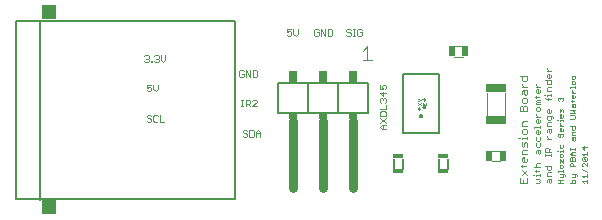
<source format=gto>
G75*
%MOIN*%
%OFA0B0*%
%FSLAX24Y24*%
%IPPOS*%
%LPD*%
%AMOC8*
5,1,8,0,0,1.08239X$1,22.5*
%
%ADD10C,0.0020*%
%ADD11C,0.0030*%
%ADD12C,0.0040*%
%ADD13R,0.0197X0.0374*%
%ADD14R,0.0669X0.0295*%
%ADD15C,0.0060*%
%ADD16C,0.0300*%
%ADD17R,0.0300X0.0200*%
%ADD18R,0.0300X0.0400*%
%ADD19R,0.0340X0.0160*%
%ADD20C,0.0080*%
%ADD21C,0.0050*%
%ADD22R,0.0450X0.0502*%
%ADD23R,0.0450X0.0492*%
D10*
X004553Y003201D02*
X004516Y003237D01*
X004553Y003201D02*
X004626Y003201D01*
X004663Y003237D01*
X004663Y003274D01*
X004626Y003311D01*
X004553Y003311D01*
X004516Y003347D01*
X004516Y003384D01*
X004553Y003421D01*
X004626Y003421D01*
X004663Y003384D01*
X004737Y003384D02*
X004737Y003237D01*
X004774Y003201D01*
X004847Y003201D01*
X004884Y003237D01*
X004958Y003201D02*
X005105Y003201D01*
X004958Y003201D02*
X004958Y003421D01*
X004884Y003384D02*
X004847Y003421D01*
X004774Y003421D01*
X004737Y003384D01*
X004811Y004216D02*
X004884Y004290D01*
X004884Y004436D01*
X004737Y004436D02*
X004737Y004290D01*
X004811Y004216D01*
X004663Y004253D02*
X004626Y004216D01*
X004553Y004216D01*
X004516Y004253D01*
X004516Y004326D02*
X004590Y004363D01*
X004626Y004363D01*
X004663Y004326D01*
X004663Y004253D01*
X004516Y004326D02*
X004516Y004436D01*
X004663Y004436D01*
X004690Y005195D02*
X004653Y005195D01*
X004653Y005231D01*
X004690Y005231D01*
X004690Y005195D01*
X004763Y005231D02*
X004800Y005195D01*
X004873Y005195D01*
X004910Y005231D01*
X004910Y005268D01*
X004873Y005305D01*
X004837Y005305D01*
X004873Y005305D02*
X004910Y005341D01*
X004910Y005378D01*
X004873Y005415D01*
X004800Y005415D01*
X004763Y005378D01*
X004579Y005378D02*
X004579Y005341D01*
X004542Y005305D01*
X004579Y005268D01*
X004579Y005231D01*
X004542Y005195D01*
X004469Y005195D01*
X004432Y005231D01*
X004505Y005305D02*
X004542Y005305D01*
X004579Y005378D02*
X004542Y005415D01*
X004469Y005415D01*
X004432Y005378D01*
X004984Y005415D02*
X004984Y005268D01*
X005058Y005195D01*
X005131Y005268D01*
X005131Y005415D01*
X007601Y004878D02*
X007601Y004731D01*
X007637Y004695D01*
X007711Y004695D01*
X007748Y004731D01*
X007748Y004805D01*
X007674Y004805D01*
X007601Y004878D02*
X007637Y004915D01*
X007711Y004915D01*
X007748Y004878D01*
X007822Y004915D02*
X007969Y004695D01*
X007969Y004915D01*
X008043Y004915D02*
X008153Y004915D01*
X008190Y004878D01*
X008190Y004731D01*
X008153Y004695D01*
X008043Y004695D01*
X008043Y004915D01*
X007822Y004915D02*
X007822Y004695D01*
X007811Y003936D02*
X007921Y003936D01*
X007958Y003900D01*
X007958Y003826D01*
X007921Y003790D01*
X007811Y003790D01*
X007884Y003790D02*
X007958Y003716D01*
X008032Y003716D02*
X008178Y003863D01*
X008178Y003900D01*
X008142Y003936D01*
X008068Y003936D01*
X008032Y003900D01*
X007811Y003936D02*
X007811Y003716D01*
X007737Y003716D02*
X007663Y003716D01*
X007700Y003716D02*
X007700Y003936D01*
X007663Y003936D02*
X007737Y003936D01*
X008032Y003716D02*
X008178Y003716D01*
X008232Y002921D02*
X008305Y002847D01*
X008305Y002701D01*
X008305Y002811D02*
X008158Y002811D01*
X008158Y002847D02*
X008232Y002921D01*
X008158Y002847D02*
X008158Y002701D01*
X008084Y002737D02*
X008084Y002884D01*
X008047Y002921D01*
X007937Y002921D01*
X007937Y002701D01*
X008047Y002701D01*
X008084Y002737D01*
X007863Y002737D02*
X007863Y002774D01*
X007826Y002811D01*
X007753Y002811D01*
X007716Y002847D01*
X007716Y002884D01*
X007753Y002921D01*
X007826Y002921D01*
X007863Y002884D01*
X007863Y002737D02*
X007826Y002701D01*
X007753Y002701D01*
X007716Y002737D01*
X012274Y003027D02*
X012347Y003101D01*
X012494Y003101D01*
X012494Y003175D02*
X012274Y003322D01*
X012274Y003396D02*
X012274Y003506D01*
X012310Y003543D01*
X012457Y003543D01*
X012494Y003506D01*
X012494Y003396D01*
X012274Y003396D01*
X012274Y003175D02*
X012494Y003322D01*
X012384Y003101D02*
X012384Y002954D01*
X012347Y002954D02*
X012274Y003027D01*
X012347Y002954D02*
X012494Y002954D01*
X013554Y003644D02*
X013604Y003594D01*
X013654Y003644D01*
X013604Y003694D02*
X013604Y003594D01*
X013564Y003744D02*
X013664Y003810D01*
X013714Y003810D02*
X013714Y003744D01*
X013664Y003744D02*
X013564Y003810D01*
X013564Y003894D02*
X013580Y003894D01*
X013614Y003927D01*
X013664Y003927D01*
X013704Y003944D02*
X013804Y003944D01*
X013754Y003894D01*
X013804Y003944D02*
X013754Y003994D01*
X013614Y003927D02*
X013580Y003960D01*
X013564Y003960D01*
X013714Y003810D02*
X013730Y003810D01*
X013797Y003744D01*
X013814Y003744D01*
X013814Y003810D01*
X013744Y003694D02*
X013746Y003699D01*
X013750Y003703D01*
X013755Y003704D01*
X013761Y003702D01*
X013764Y003697D01*
X013764Y003691D01*
X013761Y003686D01*
X013755Y003684D01*
X013750Y003685D01*
X013746Y003689D01*
X013744Y003694D01*
X013704Y003694D02*
X013706Y003707D01*
X013711Y003720D01*
X013720Y003731D01*
X013731Y003738D01*
X013744Y003743D01*
X013757Y003744D01*
X013771Y003741D01*
X013783Y003735D01*
X013793Y003726D01*
X013800Y003714D01*
X013804Y003701D01*
X013804Y003687D01*
X013800Y003674D01*
X013793Y003662D01*
X013783Y003653D01*
X013771Y003647D01*
X013757Y003644D01*
X013744Y003645D01*
X013731Y003650D01*
X013720Y003657D01*
X013711Y003668D01*
X013706Y003681D01*
X013704Y003694D01*
X012494Y003617D02*
X012494Y003764D01*
X012457Y003838D02*
X012494Y003875D01*
X012494Y003948D01*
X012457Y003985D01*
X012420Y003985D01*
X012384Y003948D01*
X012384Y003911D01*
X012384Y003948D02*
X012347Y003985D01*
X012310Y003985D01*
X012274Y003948D01*
X012274Y003875D01*
X012310Y003838D01*
X012274Y003617D02*
X012494Y003617D01*
X012384Y004059D02*
X012384Y004206D01*
X012384Y004280D02*
X012274Y004280D01*
X012274Y004427D01*
X012347Y004390D02*
X012347Y004353D01*
X012384Y004280D01*
X012457Y004280D02*
X012494Y004317D01*
X012494Y004390D01*
X012457Y004427D01*
X012384Y004427D01*
X012347Y004390D01*
X012274Y004169D02*
X012384Y004059D01*
X012494Y004169D02*
X012274Y004169D01*
X011644Y006066D02*
X011681Y006103D01*
X011681Y006176D01*
X011607Y006176D01*
X011534Y006249D02*
X011534Y006103D01*
X011571Y006066D01*
X011644Y006066D01*
X011460Y006066D02*
X011387Y006066D01*
X011423Y006066D02*
X011423Y006286D01*
X011387Y006286D02*
X011460Y006286D01*
X011534Y006249D02*
X011571Y006286D01*
X011644Y006286D01*
X011681Y006249D01*
X011313Y006249D02*
X011276Y006286D01*
X011202Y006286D01*
X011166Y006249D01*
X011166Y006213D01*
X011202Y006176D01*
X011276Y006176D01*
X011313Y006139D01*
X011313Y006103D01*
X011276Y006066D01*
X011202Y006066D01*
X011166Y006103D01*
X010689Y006103D02*
X010689Y006249D01*
X010652Y006286D01*
X010542Y006286D01*
X010542Y006066D01*
X010652Y006066D01*
X010689Y006103D01*
X010468Y006066D02*
X010468Y006286D01*
X010321Y006286D02*
X010468Y006066D01*
X010321Y006066D02*
X010321Y006286D01*
X010247Y006249D02*
X010210Y006286D01*
X010137Y006286D01*
X010100Y006249D01*
X010100Y006103D01*
X010137Y006066D01*
X010210Y006066D01*
X010247Y006103D01*
X010247Y006176D01*
X010174Y006176D01*
X009549Y006139D02*
X009476Y006066D01*
X009402Y006139D01*
X009402Y006286D01*
X009328Y006286D02*
X009181Y006286D01*
X009181Y006176D01*
X009255Y006213D01*
X009292Y006213D01*
X009328Y006176D01*
X009328Y006103D01*
X009292Y006066D01*
X009218Y006066D01*
X009181Y006103D01*
X009549Y006139D02*
X009549Y006286D01*
D11*
X018219Y003976D02*
X018219Y003919D01*
X018247Y003891D01*
X018304Y003947D02*
X018304Y003976D01*
X018332Y004004D01*
X018360Y004004D01*
X018389Y003976D01*
X018389Y003919D01*
X018360Y003891D01*
X018304Y003976D02*
X018275Y004004D01*
X018247Y004004D01*
X018219Y003976D01*
X018647Y003888D02*
X018760Y003888D01*
X018789Y003917D01*
X018760Y003983D02*
X018704Y003983D01*
X018675Y004011D01*
X018675Y004068D01*
X018704Y004096D01*
X018732Y004096D01*
X018732Y003983D01*
X018760Y003983D02*
X018789Y004011D01*
X018789Y004068D01*
X018789Y004167D02*
X018675Y004167D01*
X018675Y004224D02*
X018675Y004252D01*
X018675Y004224D02*
X018732Y004167D01*
X018789Y004320D02*
X018789Y004377D01*
X018789Y004349D02*
X018619Y004349D01*
X018619Y004320D01*
X018704Y004443D02*
X018760Y004443D01*
X018789Y004472D01*
X018789Y004528D01*
X018760Y004557D01*
X018704Y004557D01*
X018675Y004528D01*
X018675Y004472D01*
X018704Y004443D01*
X018704Y004627D02*
X018760Y004627D01*
X018789Y004656D01*
X018789Y004712D01*
X018760Y004741D01*
X018704Y004741D01*
X018675Y004712D01*
X018675Y004656D01*
X018704Y004627D01*
X018675Y003917D02*
X018675Y003860D01*
X018704Y003789D02*
X018789Y003789D01*
X018789Y003704D01*
X018760Y003676D01*
X018732Y003704D01*
X018732Y003789D01*
X018704Y003789D02*
X018675Y003761D01*
X018675Y003704D01*
X018619Y003605D02*
X018789Y003605D01*
X018732Y003548D01*
X018789Y003492D01*
X018619Y003492D01*
X018619Y003421D02*
X018760Y003421D01*
X018789Y003393D01*
X018789Y003336D01*
X018760Y003308D01*
X018619Y003308D01*
X018389Y003272D02*
X018389Y003216D01*
X018389Y003244D02*
X018275Y003244D01*
X018275Y003216D01*
X018219Y003244D02*
X018190Y003244D01*
X018275Y003147D02*
X018275Y003119D01*
X018332Y003062D01*
X018389Y003062D02*
X018275Y003062D01*
X018304Y002991D02*
X018332Y002991D01*
X018332Y002878D01*
X018360Y002878D02*
X018304Y002878D01*
X018275Y002906D01*
X018275Y002963D01*
X018304Y002991D01*
X018389Y002963D02*
X018389Y002906D01*
X018360Y002878D01*
X018360Y002807D02*
X018389Y002779D01*
X018389Y002722D01*
X018360Y002694D01*
X018304Y002722D02*
X018304Y002779D01*
X018332Y002807D01*
X018360Y002807D01*
X018304Y002722D02*
X018275Y002694D01*
X018247Y002694D01*
X018219Y002722D01*
X018219Y002779D01*
X018247Y002807D01*
X018675Y002840D02*
X018675Y002755D01*
X018789Y002755D01*
X018789Y002684D02*
X018789Y002599D01*
X018760Y002571D01*
X018732Y002599D01*
X018732Y002684D01*
X018704Y002684D02*
X018789Y002684D01*
X018704Y002684D02*
X018675Y002656D01*
X018675Y002599D01*
X018675Y002840D02*
X018704Y002869D01*
X018789Y002869D01*
X018760Y002939D02*
X018704Y002939D01*
X018675Y002968D01*
X018675Y003053D01*
X018619Y003053D02*
X018789Y003053D01*
X018789Y002968D01*
X018760Y002939D01*
X018360Y003338D02*
X018304Y003338D01*
X018275Y003367D01*
X018275Y003423D01*
X018304Y003452D01*
X018332Y003452D01*
X018332Y003338D01*
X018360Y003338D02*
X018389Y003367D01*
X018389Y003423D01*
X018389Y003522D02*
X018389Y003608D01*
X018360Y003636D01*
X018332Y003608D01*
X018332Y003551D01*
X018304Y003522D01*
X018275Y003551D01*
X018275Y003636D01*
X018275Y002439D02*
X018275Y002354D01*
X018304Y002325D01*
X018360Y002325D01*
X018389Y002354D01*
X018389Y002439D01*
X018619Y002321D02*
X018619Y002264D01*
X018619Y002292D02*
X018789Y002292D01*
X018789Y002264D02*
X018789Y002321D01*
X018789Y002193D02*
X018675Y002193D01*
X018619Y002137D01*
X018675Y002080D01*
X018789Y002080D01*
X018760Y002009D02*
X018789Y001981D01*
X018789Y001896D01*
X018619Y001896D01*
X018619Y001981D01*
X018647Y002009D01*
X018675Y002009D01*
X018704Y001981D01*
X018704Y001896D01*
X018704Y001825D02*
X018732Y001797D01*
X018732Y001712D01*
X018789Y001712D02*
X018619Y001712D01*
X018619Y001797D01*
X018647Y001825D01*
X018704Y001825D01*
X018389Y001834D02*
X018389Y001948D01*
X018360Y002018D02*
X018304Y002018D01*
X018275Y002047D01*
X018275Y002104D01*
X018304Y002132D01*
X018360Y002132D01*
X018389Y002104D01*
X018389Y002047D01*
X018360Y002018D01*
X018275Y001948D02*
X018389Y001834D01*
X018360Y001764D02*
X018304Y001764D01*
X018275Y001735D01*
X018275Y001679D01*
X018304Y001650D01*
X018360Y001650D01*
X018389Y001679D01*
X018389Y001735D01*
X018360Y001764D01*
X018275Y001834D02*
X018275Y001948D01*
X018704Y001981D02*
X018732Y002009D01*
X018760Y002009D01*
X018704Y002080D02*
X018704Y002193D01*
X018389Y002203D02*
X018389Y002259D01*
X018389Y002231D02*
X018275Y002231D01*
X018275Y002203D01*
X018219Y002231D02*
X018190Y002231D01*
X019019Y002137D02*
X019075Y002080D01*
X019047Y002009D02*
X019160Y001896D01*
X019189Y001924D01*
X019189Y001981D01*
X019160Y002009D01*
X019047Y002009D01*
X019019Y001981D01*
X019019Y001924D01*
X019047Y001896D01*
X019160Y001896D01*
X019189Y001825D02*
X019189Y001712D01*
X019075Y001825D01*
X019047Y001825D01*
X019019Y001797D01*
X019019Y001740D01*
X019047Y001712D01*
X019019Y001641D02*
X019189Y001527D01*
X019189Y001457D02*
X019189Y001343D01*
X019189Y001400D02*
X019019Y001400D01*
X019075Y001343D01*
X019189Y001273D02*
X019189Y001159D01*
X019189Y001216D02*
X019019Y001216D01*
X019075Y001159D01*
X018789Y001159D02*
X018789Y001244D01*
X018760Y001273D01*
X018704Y001273D01*
X018675Y001244D01*
X018675Y001159D01*
X018619Y001159D02*
X018789Y001159D01*
X018389Y001159D02*
X018219Y001159D01*
X018304Y001159D02*
X018304Y001273D01*
X018275Y001343D02*
X018360Y001343D01*
X018389Y001372D01*
X018389Y001457D01*
X018417Y001457D02*
X018445Y001428D01*
X018445Y001400D01*
X018417Y001457D02*
X018275Y001457D01*
X018219Y001527D02*
X018219Y001556D01*
X018389Y001556D01*
X018389Y001584D02*
X018389Y001527D01*
X018675Y001457D02*
X018817Y001457D01*
X018845Y001428D01*
X018845Y001400D01*
X018789Y001372D02*
X018789Y001457D01*
X018789Y001372D02*
X018760Y001343D01*
X018675Y001343D01*
X018389Y001273D02*
X018219Y001273D01*
X019189Y002080D02*
X019189Y002193D01*
X019189Y002137D02*
X019019Y002137D01*
X019104Y002264D02*
X019104Y002377D01*
X019189Y002349D02*
X019019Y002349D01*
X019104Y002264D01*
D12*
X017984Y002329D02*
X017917Y002262D01*
X017917Y002295D02*
X017917Y002195D01*
X017984Y002195D02*
X017784Y002195D01*
X017784Y002295D01*
X017817Y002329D01*
X017884Y002329D01*
X017917Y002295D01*
X017984Y002115D02*
X017984Y002048D01*
X017984Y002081D02*
X017784Y002081D01*
X017784Y002048D02*
X017784Y002115D01*
X017624Y002155D02*
X017624Y002255D01*
X017524Y002255D01*
X017490Y002222D01*
X017490Y002155D01*
X017557Y002155D02*
X017557Y002255D01*
X017524Y002343D02*
X017590Y002343D01*
X017624Y002376D01*
X017624Y002476D01*
X017590Y002564D02*
X017624Y002597D01*
X017624Y002697D01*
X017590Y002785D02*
X017524Y002785D01*
X017490Y002818D01*
X017490Y002885D01*
X017524Y002918D01*
X017557Y002918D01*
X017557Y002785D01*
X017590Y002785D02*
X017624Y002818D01*
X017624Y002885D01*
X017624Y003006D02*
X017624Y003072D01*
X017624Y003039D02*
X017424Y003039D01*
X017424Y003006D01*
X017184Y003055D02*
X017024Y003055D01*
X017024Y003175D01*
X017064Y003215D01*
X017184Y003215D01*
X017490Y003186D02*
X017490Y003253D01*
X017524Y003286D01*
X017557Y003286D01*
X017557Y003153D01*
X017524Y003153D02*
X017490Y003186D01*
X017524Y003153D02*
X017590Y003153D01*
X017624Y003186D01*
X017624Y003253D01*
X017850Y003297D02*
X017884Y003263D01*
X017950Y003263D01*
X017984Y003297D01*
X017984Y003397D01*
X018017Y003397D02*
X017850Y003397D01*
X017850Y003297D01*
X018017Y003397D02*
X018051Y003364D01*
X018051Y003330D01*
X017984Y003176D02*
X017884Y003176D01*
X017850Y003143D01*
X017850Y003042D01*
X017984Y003042D01*
X017984Y002955D02*
X017884Y002955D01*
X017850Y002922D01*
X017850Y002855D01*
X017917Y002855D02*
X017950Y002822D01*
X017984Y002855D01*
X017984Y002955D01*
X017917Y002955D02*
X017917Y002855D01*
X017850Y002737D02*
X017850Y002704D01*
X017917Y002637D01*
X017984Y002637D02*
X017850Y002637D01*
X017590Y002564D02*
X017524Y002564D01*
X017490Y002597D01*
X017490Y002697D01*
X017184Y002705D02*
X017184Y002625D01*
X017184Y002665D02*
X017024Y002665D01*
X017024Y002625D01*
X016944Y002665D02*
X016904Y002665D01*
X017024Y002527D02*
X017024Y002407D01*
X017064Y002367D01*
X017104Y002407D01*
X017104Y002487D01*
X017144Y002527D01*
X017184Y002487D01*
X017184Y002367D01*
X017184Y002270D02*
X017064Y002270D01*
X017024Y002230D01*
X017024Y002109D01*
X017184Y002109D01*
X017104Y002012D02*
X017104Y001852D01*
X017144Y001852D02*
X017064Y001852D01*
X017024Y001892D01*
X017024Y001972D01*
X017064Y002012D01*
X017104Y002012D01*
X017184Y001972D02*
X017184Y001892D01*
X017144Y001852D01*
X017184Y001760D02*
X017144Y001720D01*
X016984Y001720D01*
X017024Y001680D02*
X017024Y001760D01*
X017424Y001680D02*
X017624Y001680D01*
X017624Y001599D02*
X017590Y001566D01*
X017457Y001566D01*
X017490Y001599D02*
X017490Y001532D01*
X017624Y001452D02*
X017624Y001385D01*
X017624Y001418D02*
X017490Y001418D01*
X017490Y001385D01*
X017424Y001418D02*
X017390Y001418D01*
X017490Y001298D02*
X017590Y001298D01*
X017624Y001264D01*
X017590Y001231D01*
X017624Y001197D01*
X017590Y001164D01*
X017490Y001164D01*
X017184Y001164D02*
X017184Y001324D01*
X017184Y001422D02*
X017024Y001582D01*
X017024Y001422D02*
X017184Y001582D01*
X017490Y001713D02*
X017490Y001780D01*
X017524Y001813D01*
X017624Y001813D01*
X017524Y001680D02*
X017490Y001713D01*
X017784Y001740D02*
X017984Y001740D01*
X017984Y001639D01*
X017950Y001606D01*
X017884Y001606D01*
X017850Y001639D01*
X017850Y001740D01*
X017884Y001519D02*
X017984Y001519D01*
X017884Y001519D02*
X017850Y001485D01*
X017850Y001385D01*
X017984Y001385D01*
X017984Y001298D02*
X017884Y001298D01*
X017850Y001264D01*
X017850Y001197D01*
X017917Y001197D02*
X017950Y001164D01*
X017984Y001197D01*
X017984Y001298D01*
X017917Y001298D02*
X017917Y001197D01*
X017184Y001164D02*
X016944Y001164D01*
X016944Y001324D01*
X017064Y001244D02*
X017064Y001164D01*
X016294Y001879D02*
X016014Y001879D01*
X016014Y002214D02*
X016294Y002214D01*
X017490Y002376D02*
X017524Y002343D01*
X017490Y002376D02*
X017490Y002476D01*
X017557Y002155D02*
X017590Y002122D01*
X017624Y002155D01*
X017144Y002797D02*
X017064Y002797D01*
X017024Y002837D01*
X017024Y002917D01*
X017064Y002957D01*
X017144Y002957D01*
X017184Y002917D01*
X017184Y002837D01*
X017144Y002797D01*
X017490Y003374D02*
X017624Y003374D01*
X017557Y003374D02*
X017490Y003441D01*
X017490Y003474D01*
X017524Y003558D02*
X017490Y003591D01*
X017490Y003658D01*
X017524Y003692D01*
X017590Y003692D01*
X017624Y003658D01*
X017624Y003591D01*
X017590Y003558D01*
X017524Y003558D01*
X017850Y003585D02*
X017850Y003518D01*
X017884Y003484D01*
X017950Y003484D01*
X017984Y003518D01*
X017984Y003585D01*
X017917Y003618D02*
X017884Y003618D01*
X017850Y003585D01*
X017917Y003618D02*
X017917Y003484D01*
X017624Y003779D02*
X017490Y003779D01*
X017490Y003812D01*
X017524Y003846D01*
X017490Y003879D01*
X017524Y003913D01*
X017624Y003913D01*
X017624Y003846D02*
X017524Y003846D01*
X017884Y003926D02*
X017884Y003993D01*
X017817Y003960D02*
X017784Y003993D01*
X017817Y003960D02*
X017984Y003960D01*
X017984Y004074D02*
X017984Y004140D01*
X017984Y004107D02*
X017850Y004107D01*
X017850Y004074D01*
X017784Y004107D02*
X017750Y004107D01*
X017624Y004067D02*
X017590Y004033D01*
X017457Y004033D01*
X017490Y004000D02*
X017490Y004067D01*
X017524Y004147D02*
X017490Y004181D01*
X017490Y004248D01*
X017524Y004281D01*
X017557Y004281D01*
X017557Y004147D01*
X017590Y004147D02*
X017524Y004147D01*
X017590Y004147D02*
X017624Y004181D01*
X017624Y004248D01*
X017850Y004221D02*
X017850Y004321D01*
X017884Y004355D01*
X017984Y004355D01*
X017984Y004221D02*
X017850Y004221D01*
X017624Y004368D02*
X017490Y004368D01*
X017557Y004368D02*
X017490Y004435D01*
X017490Y004469D01*
X017184Y004599D02*
X017144Y004559D01*
X017064Y004559D01*
X017024Y004599D01*
X017024Y004719D01*
X016944Y004719D02*
X017184Y004719D01*
X017184Y004599D01*
X017024Y004464D02*
X017024Y004424D01*
X017104Y004344D01*
X017184Y004344D02*
X017024Y004344D01*
X017064Y004246D02*
X017184Y004246D01*
X017184Y004126D01*
X017144Y004086D01*
X017104Y004126D01*
X017104Y004246D01*
X017064Y004246D02*
X017024Y004206D01*
X017024Y004126D01*
X017064Y003988D02*
X017024Y003948D01*
X017024Y003868D01*
X017064Y003828D01*
X017144Y003828D01*
X017184Y003868D01*
X017184Y003948D01*
X017144Y003988D01*
X017064Y003988D01*
X017104Y003731D02*
X017144Y003731D01*
X017184Y003691D01*
X017184Y003570D01*
X016944Y003570D01*
X016944Y003691D01*
X016984Y003731D01*
X017024Y003731D01*
X017064Y003691D01*
X017064Y003570D01*
X017064Y003691D02*
X017104Y003731D01*
X016464Y003414D02*
X016464Y004174D01*
X015844Y004174D02*
X015844Y003414D01*
X017850Y004475D02*
X017850Y004576D01*
X017784Y004576D02*
X017984Y004576D01*
X017984Y004475D01*
X017950Y004442D01*
X017884Y004442D01*
X017850Y004475D01*
X017884Y004663D02*
X017850Y004696D01*
X017850Y004763D01*
X017884Y004797D01*
X017917Y004797D01*
X017917Y004663D01*
X017950Y004663D02*
X017884Y004663D01*
X017950Y004663D02*
X017984Y004696D01*
X017984Y004763D01*
X017984Y004884D02*
X017850Y004884D01*
X017850Y004951D02*
X017850Y004984D01*
X017850Y004951D02*
X017917Y004884D01*
X015044Y005374D02*
X014764Y005374D01*
X014764Y005709D02*
X015044Y005709D01*
X012020Y005261D02*
X011713Y005261D01*
X011867Y005261D02*
X011867Y005721D01*
X011713Y005568D01*
D13*
X014675Y005542D03*
X015135Y005542D03*
X015922Y002046D03*
X016382Y002046D03*
D14*
X016154Y003272D03*
X016153Y004316D03*
D15*
X011904Y004491D02*
X011904Y003491D01*
X010904Y003491D01*
X009904Y003491D01*
X008904Y003491D01*
X008904Y004491D01*
X009904Y004491D01*
X009904Y003491D01*
X010904Y003491D02*
X010904Y004491D01*
X009904Y004491D01*
X010904Y004491D02*
X011904Y004491D01*
X012764Y001964D02*
X012764Y001624D01*
X013044Y001624D02*
X013044Y001964D01*
X014264Y001964D02*
X014264Y001624D01*
X014544Y001624D02*
X014544Y001964D01*
D16*
X011404Y000991D02*
X011404Y003241D01*
X010404Y003241D02*
X010404Y000991D01*
X009404Y000991D02*
X009404Y003241D01*
D17*
X009404Y003391D03*
X010404Y003391D03*
X011404Y003391D03*
D18*
X011404Y004691D03*
X010404Y004691D03*
X009404Y004691D03*
D19*
X012904Y002044D03*
X012904Y001544D03*
X014404Y001544D03*
X014404Y002044D03*
D20*
X014244Y002810D02*
X013929Y002810D01*
X013378Y002810D02*
X013063Y002810D01*
X013615Y003400D02*
X013617Y003412D01*
X013622Y003423D01*
X013631Y003432D01*
X013642Y003437D01*
X013654Y003439D01*
X013666Y003437D01*
X013677Y003432D01*
X013686Y003423D01*
X013691Y003412D01*
X013693Y003400D01*
X013691Y003388D01*
X013686Y003377D01*
X013677Y003368D01*
X013666Y003363D01*
X013654Y003361D01*
X013642Y003363D01*
X013631Y003368D01*
X013622Y003377D01*
X013617Y003388D01*
X013615Y003400D01*
X013378Y004778D02*
X013063Y004778D01*
X013929Y004778D02*
X014244Y004778D01*
X007463Y006557D02*
X000140Y006557D01*
X000140Y000631D01*
X007463Y000631D01*
X007463Y006557D01*
D21*
X013063Y004778D02*
X013063Y002810D01*
X014244Y002810D01*
X014244Y004778D01*
X013063Y004778D01*
X000954Y006594D02*
X000954Y000594D01*
D22*
X001269Y000351D03*
D23*
X001269Y006842D03*
M02*

</source>
